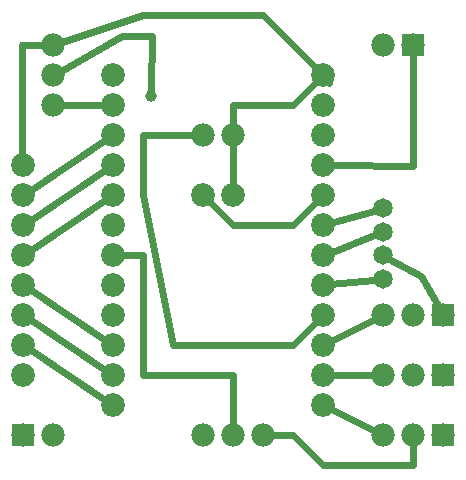
<source format=gtl>
G04 MADE WITH FRITZING*
G04 WWW.FRITZING.ORG*
G04 DOUBLE SIDED*
G04 HOLES PLATED*
G04 CONTOUR ON CENTER OF CONTOUR VECTOR*
%ASAXBY*%
%FSLAX23Y23*%
%MOIN*%
%OFA0B0*%
%SFA1.0B1.0*%
%ADD10C,0.079370*%
%ADD11C,0.078000*%
%ADD12C,0.065000*%
%ADD13C,0.039370*%
%ADD14R,0.078000X0.078000*%
%ADD15C,0.024000*%
%ADD16R,0.001000X0.001000*%
%LNCOPPER1*%
G90*
G70*
G54D10*
X411Y1337D03*
X411Y1237D03*
X411Y1137D03*
X411Y1037D03*
X411Y937D03*
X411Y837D03*
X411Y737D03*
X411Y637D03*
X411Y537D03*
X411Y437D03*
X411Y337D03*
X411Y237D03*
X1111Y1337D03*
X1111Y1237D03*
X1111Y1137D03*
X1111Y1037D03*
X1111Y937D03*
X1111Y837D03*
X1111Y737D03*
X1111Y637D03*
X1111Y537D03*
X1111Y437D03*
X1111Y337D03*
X1111Y237D03*
G54D11*
X111Y137D03*
X211Y137D03*
X211Y1237D03*
X211Y1337D03*
X211Y1437D03*
G54D10*
X111Y337D03*
X111Y437D03*
X111Y537D03*
X111Y637D03*
X111Y737D03*
X111Y837D03*
X111Y937D03*
X111Y1037D03*
G54D11*
X1511Y137D03*
X1411Y137D03*
X1311Y137D03*
X1511Y337D03*
X1411Y337D03*
X1311Y337D03*
X1511Y537D03*
X1411Y537D03*
X1311Y537D03*
X711Y137D03*
X811Y137D03*
X911Y137D03*
G54D12*
X1311Y658D03*
X1311Y737D03*
X1311Y816D03*
X1311Y894D03*
G54D11*
X711Y1137D03*
X811Y1137D03*
X711Y1137D03*
X811Y1137D03*
G54D10*
X711Y937D03*
X811Y937D03*
X711Y937D03*
X811Y937D03*
G54D11*
X1411Y1437D03*
X1311Y1437D03*
G54D13*
X539Y1268D03*
G54D14*
X111Y137D03*
X1511Y137D03*
X1511Y337D03*
X1511Y537D03*
X1411Y1437D03*
G54D15*
X137Y620D02*
X385Y454D01*
D02*
X137Y520D02*
X385Y354D01*
D02*
X385Y254D02*
X137Y420D01*
D02*
X137Y954D02*
X385Y1120D01*
D02*
X137Y854D02*
X385Y1020D01*
D02*
X137Y754D02*
X385Y920D01*
D02*
X1439Y668D02*
X1332Y726D01*
D02*
X1497Y563D02*
X1439Y668D01*
D02*
X1112Y38D02*
X1012Y137D01*
D02*
X1012Y137D02*
X941Y137D01*
D02*
X1412Y38D02*
X1112Y38D01*
D02*
X1411Y107D02*
X1412Y38D01*
D02*
X811Y1237D02*
X811Y1167D01*
D02*
X1012Y1237D02*
X811Y1237D01*
D02*
X1089Y1315D02*
X1012Y1237D01*
D02*
X1012Y437D02*
X1089Y515D01*
D02*
X511Y937D02*
X610Y437D01*
D02*
X511Y1138D02*
X511Y937D01*
D02*
X610Y437D02*
X1012Y437D01*
D02*
X681Y1137D02*
X511Y1138D01*
D02*
X811Y338D02*
X811Y167D01*
D02*
X511Y338D02*
X811Y338D01*
D02*
X511Y738D02*
X511Y338D01*
D02*
X442Y737D02*
X511Y738D01*
D02*
X1412Y1036D02*
X1411Y1407D01*
D02*
X1142Y1037D02*
X1412Y1036D01*
D02*
X411Y1237D02*
X211Y1237D01*
D02*
X911Y1537D02*
X1111Y1337D01*
D02*
X511Y1537D02*
X911Y1537D01*
D02*
X240Y1447D02*
X511Y1537D01*
D02*
X1111Y1337D02*
X1130Y1312D01*
D02*
X1284Y151D02*
X1138Y224D01*
D02*
X1141Y337D02*
X1280Y337D01*
D02*
X1284Y523D02*
X1138Y450D01*
D02*
X1135Y640D02*
X1280Y655D01*
D02*
X1133Y746D02*
X1282Y804D01*
D02*
X1134Y844D02*
X1282Y886D01*
D02*
X1012Y837D02*
X1111Y937D01*
D02*
X910Y837D02*
X1012Y837D01*
D02*
X811Y837D02*
X910Y837D01*
D02*
X733Y915D02*
X811Y837D01*
D02*
X811Y968D02*
X811Y1107D01*
D02*
X440Y1467D02*
X540Y1467D01*
D02*
X237Y1352D02*
X440Y1467D01*
D02*
X540Y1467D02*
X539Y1287D01*
G54D16*
X107Y1449D02*
X214Y1449D01*
X105Y1448D02*
X216Y1448D01*
X103Y1447D02*
X218Y1447D01*
X102Y1446D02*
X219Y1446D01*
X101Y1445D02*
X220Y1445D01*
X101Y1444D02*
X220Y1444D01*
X100Y1443D02*
X221Y1443D01*
X100Y1442D02*
X221Y1442D01*
X100Y1441D02*
X222Y1441D01*
X99Y1440D02*
X222Y1440D01*
X99Y1439D02*
X222Y1439D01*
X99Y1438D02*
X222Y1438D01*
X99Y1437D02*
X222Y1437D01*
X99Y1436D02*
X222Y1436D01*
X99Y1435D02*
X222Y1435D01*
X99Y1434D02*
X221Y1434D01*
X99Y1433D02*
X221Y1433D01*
X99Y1432D02*
X220Y1432D01*
X99Y1431D02*
X220Y1431D01*
X99Y1430D02*
X219Y1430D01*
X99Y1429D02*
X218Y1429D01*
X99Y1428D02*
X217Y1428D01*
X99Y1427D02*
X215Y1427D01*
X99Y1426D02*
X212Y1426D01*
X99Y1425D02*
X122Y1425D01*
X99Y1424D02*
X122Y1424D01*
X99Y1423D02*
X122Y1423D01*
X99Y1422D02*
X122Y1422D01*
X99Y1421D02*
X122Y1421D01*
X99Y1420D02*
X122Y1420D01*
X99Y1419D02*
X122Y1419D01*
X99Y1418D02*
X122Y1418D01*
X99Y1417D02*
X122Y1417D01*
X99Y1416D02*
X122Y1416D01*
X99Y1415D02*
X122Y1415D01*
X99Y1414D02*
X122Y1414D01*
X99Y1413D02*
X122Y1413D01*
X99Y1412D02*
X122Y1412D01*
X99Y1411D02*
X122Y1411D01*
X99Y1410D02*
X122Y1410D01*
X99Y1409D02*
X122Y1409D01*
X99Y1408D02*
X122Y1408D01*
X99Y1407D02*
X122Y1407D01*
X99Y1406D02*
X122Y1406D01*
X99Y1405D02*
X122Y1405D01*
X99Y1404D02*
X122Y1404D01*
X99Y1403D02*
X122Y1403D01*
X99Y1402D02*
X122Y1402D01*
X99Y1401D02*
X122Y1401D01*
X99Y1400D02*
X122Y1400D01*
X99Y1399D02*
X122Y1399D01*
X99Y1398D02*
X122Y1398D01*
X99Y1397D02*
X122Y1397D01*
X99Y1396D02*
X122Y1396D01*
X99Y1395D02*
X122Y1395D01*
X99Y1394D02*
X122Y1394D01*
X99Y1393D02*
X122Y1393D01*
X99Y1392D02*
X122Y1392D01*
X99Y1391D02*
X122Y1391D01*
X99Y1390D02*
X122Y1390D01*
X99Y1389D02*
X122Y1389D01*
X99Y1388D02*
X122Y1388D01*
X99Y1387D02*
X122Y1387D01*
X99Y1386D02*
X122Y1386D01*
X99Y1385D02*
X122Y1385D01*
X99Y1384D02*
X122Y1384D01*
X99Y1383D02*
X122Y1383D01*
X99Y1382D02*
X122Y1382D01*
X99Y1381D02*
X122Y1381D01*
X99Y1380D02*
X122Y1380D01*
X99Y1379D02*
X122Y1379D01*
X99Y1378D02*
X122Y1378D01*
X99Y1377D02*
X122Y1377D01*
X99Y1376D02*
X122Y1376D01*
X99Y1375D02*
X122Y1375D01*
X99Y1374D02*
X122Y1374D01*
X99Y1373D02*
X122Y1373D01*
X99Y1372D02*
X122Y1372D01*
X99Y1371D02*
X122Y1371D01*
X99Y1370D02*
X122Y1370D01*
X99Y1369D02*
X122Y1369D01*
X99Y1368D02*
X122Y1368D01*
X99Y1367D02*
X122Y1367D01*
X99Y1366D02*
X122Y1366D01*
X99Y1365D02*
X122Y1365D01*
X99Y1364D02*
X122Y1364D01*
X99Y1363D02*
X122Y1363D01*
X99Y1362D02*
X122Y1362D01*
X99Y1361D02*
X122Y1361D01*
X99Y1360D02*
X122Y1360D01*
X99Y1359D02*
X122Y1359D01*
X99Y1358D02*
X122Y1358D01*
X99Y1357D02*
X122Y1357D01*
X99Y1356D02*
X122Y1356D01*
X99Y1355D02*
X122Y1355D01*
X99Y1354D02*
X122Y1354D01*
X99Y1353D02*
X122Y1353D01*
X99Y1352D02*
X122Y1352D01*
X99Y1351D02*
X122Y1351D01*
X99Y1350D02*
X122Y1350D01*
X99Y1349D02*
X122Y1349D01*
X99Y1348D02*
X122Y1348D01*
X99Y1347D02*
X122Y1347D01*
X99Y1346D02*
X122Y1346D01*
X99Y1345D02*
X122Y1345D01*
X99Y1344D02*
X122Y1344D01*
X99Y1343D02*
X122Y1343D01*
X99Y1342D02*
X122Y1342D01*
X99Y1341D02*
X122Y1341D01*
X99Y1340D02*
X122Y1340D01*
X99Y1339D02*
X122Y1339D01*
X99Y1338D02*
X122Y1338D01*
X99Y1337D02*
X122Y1337D01*
X99Y1336D02*
X122Y1336D01*
X99Y1335D02*
X122Y1335D01*
X99Y1334D02*
X122Y1334D01*
X99Y1333D02*
X122Y1333D01*
X99Y1332D02*
X122Y1332D01*
X99Y1331D02*
X122Y1331D01*
X99Y1330D02*
X122Y1330D01*
X99Y1329D02*
X122Y1329D01*
X99Y1328D02*
X122Y1328D01*
X99Y1327D02*
X122Y1327D01*
X99Y1326D02*
X122Y1326D01*
X99Y1325D02*
X122Y1325D01*
X99Y1324D02*
X122Y1324D01*
X99Y1323D02*
X122Y1323D01*
X99Y1322D02*
X122Y1322D01*
X99Y1321D02*
X122Y1321D01*
X99Y1320D02*
X122Y1320D01*
X99Y1319D02*
X122Y1319D01*
X99Y1318D02*
X122Y1318D01*
X99Y1317D02*
X122Y1317D01*
X99Y1316D02*
X122Y1316D01*
X99Y1315D02*
X122Y1315D01*
X99Y1314D02*
X122Y1314D01*
X99Y1313D02*
X122Y1313D01*
X99Y1312D02*
X122Y1312D01*
X99Y1311D02*
X122Y1311D01*
X99Y1310D02*
X122Y1310D01*
X99Y1309D02*
X122Y1309D01*
X99Y1308D02*
X122Y1308D01*
X99Y1307D02*
X122Y1307D01*
X99Y1306D02*
X122Y1306D01*
X99Y1305D02*
X122Y1305D01*
X99Y1304D02*
X122Y1304D01*
X99Y1303D02*
X122Y1303D01*
X99Y1302D02*
X122Y1302D01*
X99Y1301D02*
X122Y1301D01*
X99Y1300D02*
X122Y1300D01*
X99Y1299D02*
X122Y1299D01*
X99Y1298D02*
X122Y1298D01*
X99Y1297D02*
X122Y1297D01*
X99Y1296D02*
X122Y1296D01*
X99Y1295D02*
X122Y1295D01*
X99Y1294D02*
X122Y1294D01*
X99Y1293D02*
X122Y1293D01*
X99Y1292D02*
X122Y1292D01*
X99Y1291D02*
X122Y1291D01*
X99Y1290D02*
X122Y1290D01*
X99Y1289D02*
X122Y1289D01*
X99Y1288D02*
X122Y1288D01*
X99Y1287D02*
X122Y1287D01*
X99Y1286D02*
X122Y1286D01*
X99Y1285D02*
X122Y1285D01*
X99Y1284D02*
X122Y1284D01*
X99Y1283D02*
X122Y1283D01*
X99Y1282D02*
X122Y1282D01*
X99Y1281D02*
X122Y1281D01*
X99Y1280D02*
X122Y1280D01*
X99Y1279D02*
X122Y1279D01*
X99Y1278D02*
X122Y1278D01*
X99Y1277D02*
X122Y1277D01*
X99Y1276D02*
X122Y1276D01*
X99Y1275D02*
X122Y1275D01*
X99Y1274D02*
X122Y1274D01*
X99Y1273D02*
X122Y1273D01*
X99Y1272D02*
X122Y1272D01*
X99Y1271D02*
X122Y1271D01*
X99Y1270D02*
X122Y1270D01*
X99Y1269D02*
X122Y1269D01*
X99Y1268D02*
X122Y1268D01*
X99Y1267D02*
X122Y1267D01*
X99Y1266D02*
X122Y1266D01*
X99Y1265D02*
X122Y1265D01*
X99Y1264D02*
X122Y1264D01*
X99Y1263D02*
X122Y1263D01*
X99Y1262D02*
X122Y1262D01*
X99Y1261D02*
X122Y1261D01*
X99Y1260D02*
X122Y1260D01*
X99Y1259D02*
X122Y1259D01*
X99Y1258D02*
X122Y1258D01*
X99Y1257D02*
X122Y1257D01*
X99Y1256D02*
X122Y1256D01*
X99Y1255D02*
X122Y1255D01*
X99Y1254D02*
X122Y1254D01*
X99Y1253D02*
X122Y1253D01*
X99Y1252D02*
X122Y1252D01*
X99Y1251D02*
X122Y1251D01*
X99Y1250D02*
X122Y1250D01*
X99Y1249D02*
X122Y1249D01*
X99Y1248D02*
X122Y1248D01*
X99Y1247D02*
X122Y1247D01*
X99Y1246D02*
X122Y1246D01*
X99Y1245D02*
X122Y1245D01*
X99Y1244D02*
X122Y1244D01*
X99Y1243D02*
X122Y1243D01*
X99Y1242D02*
X122Y1242D01*
X99Y1241D02*
X122Y1241D01*
X99Y1240D02*
X122Y1240D01*
X99Y1239D02*
X122Y1239D01*
X99Y1238D02*
X122Y1238D01*
X99Y1237D02*
X122Y1237D01*
X99Y1236D02*
X122Y1236D01*
X99Y1235D02*
X122Y1235D01*
X99Y1234D02*
X122Y1234D01*
X99Y1233D02*
X122Y1233D01*
X99Y1232D02*
X122Y1232D01*
X99Y1231D02*
X122Y1231D01*
X99Y1230D02*
X122Y1230D01*
X99Y1229D02*
X122Y1229D01*
X99Y1228D02*
X122Y1228D01*
X99Y1227D02*
X122Y1227D01*
X99Y1226D02*
X122Y1226D01*
X99Y1225D02*
X122Y1225D01*
X99Y1224D02*
X122Y1224D01*
X99Y1223D02*
X122Y1223D01*
X99Y1222D02*
X122Y1222D01*
X99Y1221D02*
X122Y1221D01*
X99Y1220D02*
X122Y1220D01*
X99Y1219D02*
X122Y1219D01*
X99Y1218D02*
X122Y1218D01*
X99Y1217D02*
X122Y1217D01*
X99Y1216D02*
X122Y1216D01*
X99Y1215D02*
X122Y1215D01*
X99Y1214D02*
X122Y1214D01*
X99Y1213D02*
X122Y1213D01*
X99Y1212D02*
X122Y1212D01*
X99Y1211D02*
X122Y1211D01*
X99Y1210D02*
X122Y1210D01*
X99Y1209D02*
X122Y1209D01*
X99Y1208D02*
X122Y1208D01*
X99Y1207D02*
X122Y1207D01*
X99Y1206D02*
X122Y1206D01*
X99Y1205D02*
X122Y1205D01*
X99Y1204D02*
X122Y1204D01*
X99Y1203D02*
X122Y1203D01*
X99Y1202D02*
X122Y1202D01*
X99Y1201D02*
X122Y1201D01*
X99Y1200D02*
X122Y1200D01*
X99Y1199D02*
X122Y1199D01*
X99Y1198D02*
X122Y1198D01*
X99Y1197D02*
X122Y1197D01*
X99Y1196D02*
X122Y1196D01*
X99Y1195D02*
X122Y1195D01*
X99Y1194D02*
X122Y1194D01*
X99Y1193D02*
X122Y1193D01*
X99Y1192D02*
X122Y1192D01*
X99Y1191D02*
X122Y1191D01*
X99Y1190D02*
X122Y1190D01*
X99Y1189D02*
X122Y1189D01*
X99Y1188D02*
X122Y1188D01*
X99Y1187D02*
X122Y1187D01*
X99Y1186D02*
X122Y1186D01*
X99Y1185D02*
X122Y1185D01*
X99Y1184D02*
X122Y1184D01*
X99Y1183D02*
X122Y1183D01*
X99Y1182D02*
X122Y1182D01*
X99Y1181D02*
X122Y1181D01*
X99Y1180D02*
X122Y1180D01*
X99Y1179D02*
X122Y1179D01*
X99Y1178D02*
X122Y1178D01*
X99Y1177D02*
X122Y1177D01*
X99Y1176D02*
X122Y1176D01*
X99Y1175D02*
X122Y1175D01*
X99Y1174D02*
X122Y1174D01*
X99Y1173D02*
X122Y1173D01*
X99Y1172D02*
X122Y1172D01*
X99Y1171D02*
X122Y1171D01*
X99Y1170D02*
X122Y1170D01*
X99Y1169D02*
X122Y1169D01*
X99Y1168D02*
X122Y1168D01*
X99Y1167D02*
X122Y1167D01*
X99Y1166D02*
X122Y1166D01*
X99Y1165D02*
X122Y1165D01*
X99Y1164D02*
X122Y1164D01*
X99Y1163D02*
X122Y1163D01*
X99Y1162D02*
X122Y1162D01*
X99Y1161D02*
X122Y1161D01*
X99Y1160D02*
X122Y1160D01*
X99Y1159D02*
X122Y1159D01*
X99Y1158D02*
X122Y1158D01*
X99Y1157D02*
X122Y1157D01*
X99Y1156D02*
X122Y1156D01*
X99Y1155D02*
X122Y1155D01*
X99Y1154D02*
X122Y1154D01*
X99Y1153D02*
X122Y1153D01*
X99Y1152D02*
X122Y1152D01*
X99Y1151D02*
X122Y1151D01*
X99Y1150D02*
X122Y1150D01*
X99Y1149D02*
X122Y1149D01*
X99Y1148D02*
X122Y1148D01*
X99Y1147D02*
X122Y1147D01*
X99Y1146D02*
X122Y1146D01*
X99Y1145D02*
X122Y1145D01*
X99Y1144D02*
X122Y1144D01*
X99Y1143D02*
X122Y1143D01*
X99Y1142D02*
X122Y1142D01*
X99Y1141D02*
X122Y1141D01*
X99Y1140D02*
X122Y1140D01*
X99Y1139D02*
X122Y1139D01*
X99Y1138D02*
X122Y1138D01*
X99Y1137D02*
X122Y1137D01*
X99Y1136D02*
X122Y1136D01*
X99Y1135D02*
X122Y1135D01*
X99Y1134D02*
X122Y1134D01*
X99Y1133D02*
X122Y1133D01*
X99Y1132D02*
X122Y1132D01*
X99Y1131D02*
X122Y1131D01*
X99Y1130D02*
X122Y1130D01*
X99Y1129D02*
X122Y1129D01*
X99Y1128D02*
X122Y1128D01*
X99Y1127D02*
X122Y1127D01*
X99Y1126D02*
X122Y1126D01*
X99Y1125D02*
X122Y1125D01*
X99Y1124D02*
X122Y1124D01*
X99Y1123D02*
X122Y1123D01*
X99Y1122D02*
X122Y1122D01*
X99Y1121D02*
X122Y1121D01*
X99Y1120D02*
X122Y1120D01*
X99Y1119D02*
X122Y1119D01*
X99Y1118D02*
X122Y1118D01*
X99Y1117D02*
X122Y1117D01*
X99Y1116D02*
X122Y1116D01*
X99Y1115D02*
X122Y1115D01*
X99Y1114D02*
X122Y1114D01*
X99Y1113D02*
X122Y1113D01*
X99Y1112D02*
X122Y1112D01*
X99Y1111D02*
X122Y1111D01*
X99Y1110D02*
X122Y1110D01*
X99Y1109D02*
X122Y1109D01*
X99Y1108D02*
X122Y1108D01*
X99Y1107D02*
X122Y1107D01*
X99Y1106D02*
X122Y1106D01*
X99Y1105D02*
X122Y1105D01*
X99Y1104D02*
X122Y1104D01*
X99Y1103D02*
X122Y1103D01*
X99Y1102D02*
X122Y1102D01*
X99Y1101D02*
X122Y1101D01*
X99Y1100D02*
X122Y1100D01*
X99Y1099D02*
X122Y1099D01*
X99Y1098D02*
X122Y1098D01*
X99Y1097D02*
X122Y1097D01*
X99Y1096D02*
X122Y1096D01*
X99Y1095D02*
X122Y1095D01*
X99Y1094D02*
X122Y1094D01*
X99Y1093D02*
X122Y1093D01*
X99Y1092D02*
X122Y1092D01*
X99Y1091D02*
X122Y1091D01*
X99Y1090D02*
X122Y1090D01*
X99Y1089D02*
X122Y1089D01*
X99Y1088D02*
X122Y1088D01*
X99Y1087D02*
X122Y1087D01*
X99Y1086D02*
X122Y1086D01*
X99Y1085D02*
X122Y1085D01*
X99Y1084D02*
X122Y1084D01*
X99Y1083D02*
X122Y1083D01*
X99Y1082D02*
X122Y1082D01*
X99Y1081D02*
X122Y1081D01*
X99Y1080D02*
X122Y1080D01*
X99Y1079D02*
X122Y1079D01*
X99Y1078D02*
X122Y1078D01*
X99Y1077D02*
X122Y1077D01*
X99Y1076D02*
X122Y1076D01*
X99Y1075D02*
X122Y1075D01*
X99Y1074D02*
X122Y1074D01*
X99Y1073D02*
X122Y1073D01*
X99Y1072D02*
X122Y1072D01*
X99Y1071D02*
X122Y1071D01*
X99Y1070D02*
X122Y1070D01*
X99Y1069D02*
X122Y1069D01*
X99Y1068D02*
X122Y1068D01*
X99Y1067D02*
X122Y1067D01*
X99Y1066D02*
X122Y1066D01*
X99Y1065D02*
X122Y1065D01*
X99Y1064D02*
X122Y1064D01*
X99Y1063D02*
X122Y1063D01*
X99Y1062D02*
X122Y1062D01*
X99Y1061D02*
X122Y1061D01*
X99Y1060D02*
X122Y1060D01*
X99Y1059D02*
X122Y1059D01*
X99Y1058D02*
X122Y1058D01*
X99Y1057D02*
X122Y1057D01*
X99Y1056D02*
X122Y1056D01*
X99Y1055D02*
X122Y1055D01*
X99Y1054D02*
X122Y1054D01*
X99Y1053D02*
X122Y1053D01*
X99Y1052D02*
X122Y1052D01*
X99Y1051D02*
X122Y1051D01*
X99Y1050D02*
X122Y1050D01*
X99Y1049D02*
X122Y1049D01*
X99Y1048D02*
X122Y1048D01*
X99Y1047D02*
X122Y1047D01*
X99Y1046D02*
X122Y1046D01*
X99Y1045D02*
X122Y1045D01*
X99Y1044D02*
X122Y1044D01*
X99Y1043D02*
X122Y1043D01*
X99Y1042D02*
X122Y1042D01*
X99Y1041D02*
X122Y1041D01*
X99Y1040D02*
X122Y1040D01*
X99Y1039D02*
X122Y1039D01*
X99Y1038D02*
X122Y1038D01*
X99Y1037D02*
X122Y1037D01*
X99Y1036D02*
X122Y1036D01*
X99Y1035D02*
X122Y1035D01*
X100Y1034D02*
X121Y1034D01*
X100Y1033D02*
X121Y1033D01*
X101Y1032D02*
X120Y1032D01*
X101Y1031D02*
X120Y1031D01*
X102Y1030D02*
X119Y1030D01*
X103Y1029D02*
X118Y1029D01*
X104Y1028D02*
X117Y1028D01*
X106Y1027D02*
X115Y1027D01*
D02*
G04 End of Copper1*
M02*
</source>
